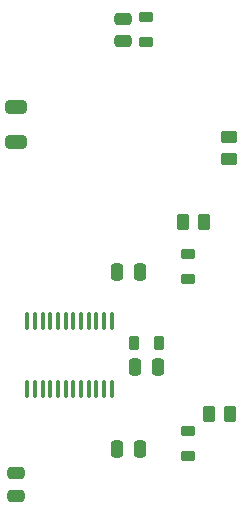
<source format=gbp>
G04 #@! TF.GenerationSoftware,KiCad,Pcbnew,8.0.5*
G04 #@! TF.CreationDate,2024-09-14T16:10:14+01:00*
G04 #@! TF.ProjectId,DataShield,44617461-5368-4696-956c-642e6b696361,rev?*
G04 #@! TF.SameCoordinates,Original*
G04 #@! TF.FileFunction,Paste,Bot*
G04 #@! TF.FilePolarity,Positive*
%FSLAX46Y46*%
G04 Gerber Fmt 4.6, Leading zero omitted, Abs format (unit mm)*
G04 Created by KiCad (PCBNEW 8.0.5) date 2024-09-14 16:10:14*
%MOMM*%
%LPD*%
G01*
G04 APERTURE LIST*
G04 Aperture macros list*
%AMRoundRect*
0 Rectangle with rounded corners*
0 $1 Rounding radius*
0 $2 $3 $4 $5 $6 $7 $8 $9 X,Y pos of 4 corners*
0 Add a 4 corners polygon primitive as box body*
4,1,4,$2,$3,$4,$5,$6,$7,$8,$9,$2,$3,0*
0 Add four circle primitives for the rounded corners*
1,1,$1+$1,$2,$3*
1,1,$1+$1,$4,$5*
1,1,$1+$1,$6,$7*
1,1,$1+$1,$8,$9*
0 Add four rect primitives between the rounded corners*
20,1,$1+$1,$2,$3,$4,$5,0*
20,1,$1+$1,$4,$5,$6,$7,0*
20,1,$1+$1,$6,$7,$8,$9,0*
20,1,$1+$1,$8,$9,$2,$3,0*%
G04 Aperture macros list end*
%ADD10RoundRect,0.250000X-0.475000X0.250000X-0.475000X-0.250000X0.475000X-0.250000X0.475000X0.250000X0*%
%ADD11RoundRect,0.250000X0.262500X0.450000X-0.262500X0.450000X-0.262500X-0.450000X0.262500X-0.450000X0*%
%ADD12RoundRect,0.250000X0.250000X0.475000X-0.250000X0.475000X-0.250000X-0.475000X0.250000X-0.475000X0*%
%ADD13RoundRect,0.250000X0.450000X-0.262500X0.450000X0.262500X-0.450000X0.262500X-0.450000X-0.262500X0*%
%ADD14RoundRect,0.218750X0.218750X0.381250X-0.218750X0.381250X-0.218750X-0.381250X0.218750X-0.381250X0*%
%ADD15RoundRect,0.250000X0.650000X-0.325000X0.650000X0.325000X-0.650000X0.325000X-0.650000X-0.325000X0*%
%ADD16RoundRect,0.218750X-0.381250X0.218750X-0.381250X-0.218750X0.381250X-0.218750X0.381250X0.218750X0*%
%ADD17RoundRect,0.250000X-0.250000X-0.475000X0.250000X-0.475000X0.250000X0.475000X-0.250000X0.475000X0*%
%ADD18RoundRect,0.250000X-0.262500X-0.450000X0.262500X-0.450000X0.262500X0.450000X-0.262500X0.450000X0*%
%ADD19RoundRect,0.218750X0.381250X-0.218750X0.381250X0.218750X-0.381250X0.218750X-0.381250X-0.218750X0*%
%ADD20RoundRect,0.100000X0.100000X-0.637500X0.100000X0.637500X-0.100000X0.637500X-0.100000X-0.637500X0*%
G04 APERTURE END LIST*
D10*
X173000000Y-92050000D03*
X173000000Y-93950000D03*
D11*
X188912500Y-70750000D03*
X187087500Y-70750000D03*
D12*
X183450000Y-75000000D03*
X181550000Y-75000000D03*
D13*
X191000000Y-65412500D03*
X191000000Y-63587500D03*
D14*
X185062500Y-81000000D03*
X182937500Y-81000000D03*
D15*
X173000000Y-63975000D03*
X173000000Y-61025000D03*
D10*
X182000000Y-53550000D03*
X182000000Y-55450000D03*
D16*
X187500000Y-88437500D03*
X187500000Y-90562500D03*
D12*
X183450000Y-90000000D03*
X181550000Y-90000000D03*
D17*
X183050000Y-83000000D03*
X184950000Y-83000000D03*
D18*
X189287500Y-87000000D03*
X191112500Y-87000000D03*
D19*
X184000000Y-55562500D03*
X184000000Y-53437500D03*
D16*
X187500000Y-73437500D03*
X187500000Y-75562500D03*
D20*
X181075000Y-84862500D03*
X180425000Y-84862500D03*
X179775000Y-84862500D03*
X179125000Y-84862500D03*
X178475000Y-84862500D03*
X177825000Y-84862500D03*
X177175000Y-84862500D03*
X176525000Y-84862500D03*
X175875000Y-84862500D03*
X175225000Y-84862500D03*
X174575000Y-84862500D03*
X173925000Y-84862500D03*
X173925000Y-79137500D03*
X174575000Y-79137500D03*
X175225000Y-79137500D03*
X175875000Y-79137500D03*
X176525000Y-79137500D03*
X177175000Y-79137500D03*
X177825000Y-79137500D03*
X178475000Y-79137500D03*
X179125000Y-79137500D03*
X179775000Y-79137500D03*
X180425000Y-79137500D03*
X181075000Y-79137500D03*
M02*

</source>
